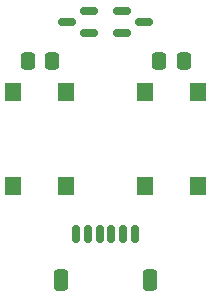
<source format=gtp>
G04 #@! TF.GenerationSoftware,KiCad,Pcbnew,7.0.7*
G04 #@! TF.CreationDate,2023-11-09T12:03:22-05:00*
G04 #@! TF.ProjectId,programmer,70726f67-7261-46d6-9d65-722e6b696361,rev?*
G04 #@! TF.SameCoordinates,Original*
G04 #@! TF.FileFunction,Paste,Top*
G04 #@! TF.FilePolarity,Positive*
%FSLAX46Y46*%
G04 Gerber Fmt 4.6, Leading zero omitted, Abs format (unit mm)*
G04 Created by KiCad (PCBNEW 7.0.7) date 2023-11-09 12:03:22*
%MOMM*%
%LPD*%
G01*
G04 APERTURE LIST*
G04 Aperture macros list*
%AMRoundRect*
0 Rectangle with rounded corners*
0 $1 Rounding radius*
0 $2 $3 $4 $5 $6 $7 $8 $9 X,Y pos of 4 corners*
0 Add a 4 corners polygon primitive as box body*
4,1,4,$2,$3,$4,$5,$6,$7,$8,$9,$2,$3,0*
0 Add four circle primitives for the rounded corners*
1,1,$1+$1,$2,$3*
1,1,$1+$1,$4,$5*
1,1,$1+$1,$6,$7*
1,1,$1+$1,$8,$9*
0 Add four rect primitives between the rounded corners*
20,1,$1+$1,$2,$3,$4,$5,0*
20,1,$1+$1,$4,$5,$6,$7,0*
20,1,$1+$1,$6,$7,$8,$9,0*
20,1,$1+$1,$8,$9,$2,$3,0*%
G04 Aperture macros list end*
%ADD10RoundRect,0.250000X-0.337500X-0.475000X0.337500X-0.475000X0.337500X0.475000X-0.337500X0.475000X0*%
%ADD11R,1.400000X1.600000*%
%ADD12RoundRect,0.150000X-0.150000X-0.625000X0.150000X-0.625000X0.150000X0.625000X-0.150000X0.625000X0*%
%ADD13RoundRect,0.250000X-0.350000X-0.650000X0.350000X-0.650000X0.350000X0.650000X-0.350000X0.650000X0*%
%ADD14RoundRect,0.150000X0.587500X0.150000X-0.587500X0.150000X-0.587500X-0.150000X0.587500X-0.150000X0*%
%ADD15RoundRect,0.150000X-0.587500X-0.150000X0.587500X-0.150000X0.587500X0.150000X-0.587500X0.150000X0*%
%ADD16RoundRect,0.250000X0.337500X0.475000X-0.337500X0.475000X-0.337500X-0.475000X0.337500X-0.475000X0*%
G04 APERTURE END LIST*
D10*
X131042500Y-74225500D03*
X133117500Y-74225500D03*
D11*
X118690000Y-84829500D03*
X118690000Y-76829500D03*
X123190000Y-84829500D03*
X123190000Y-76829500D03*
X134330000Y-76829500D03*
X134330000Y-84829500D03*
X129830000Y-76829500D03*
X129830000Y-84829500D03*
D12*
X123992000Y-88932000D03*
X124992000Y-88932000D03*
X125992000Y-88932000D03*
X126992000Y-88932000D03*
X127992000Y-88932000D03*
X128992000Y-88932000D03*
D13*
X122692000Y-92807000D03*
X130292000Y-92807000D03*
D14*
X125131000Y-71873500D03*
X125131000Y-69973500D03*
X123256000Y-70923500D03*
D15*
X127876500Y-69973500D03*
X127876500Y-71873500D03*
X129751500Y-70923500D03*
D16*
X121977500Y-74225500D03*
X119902500Y-74225500D03*
M02*

</source>
